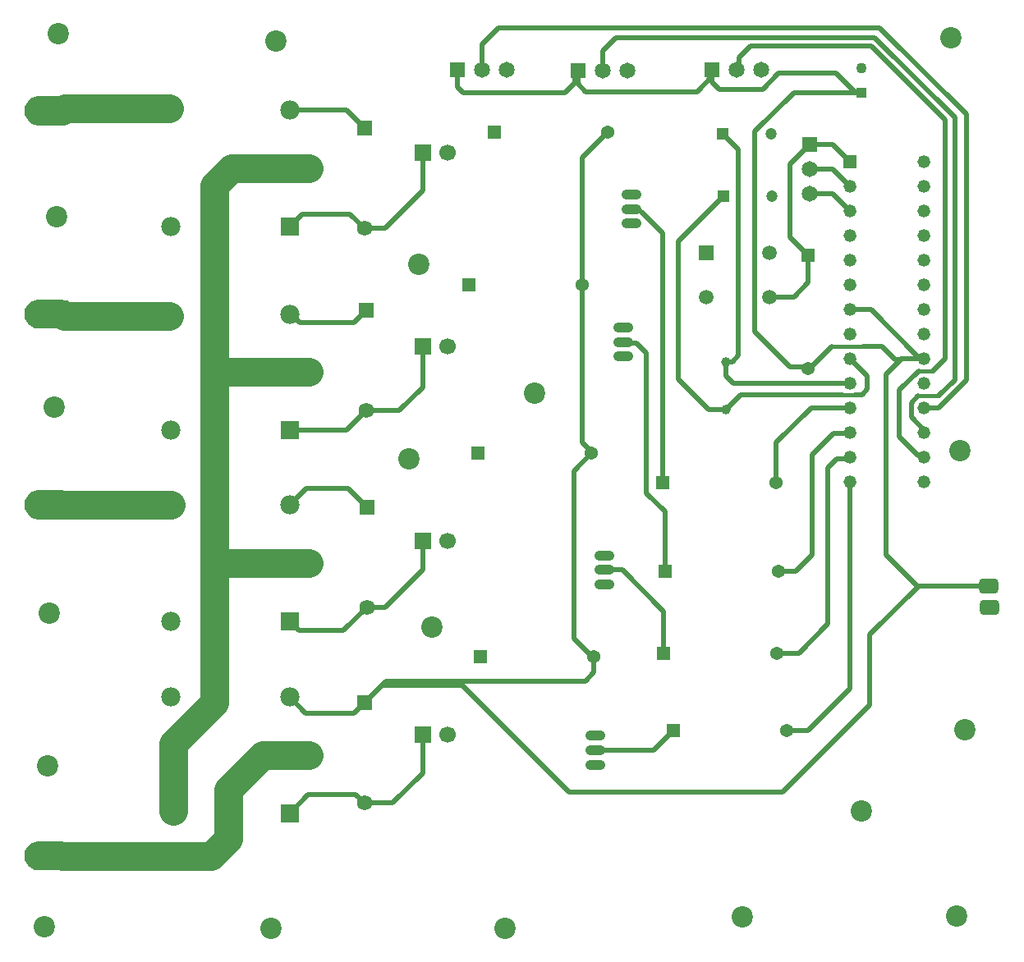
<source format=gtl>
G04*
G04 #@! TF.GenerationSoftware,Altium Limited,Altium Designer,24.4.1 (13)*
G04*
G04 Layer_Physical_Order=1*
G04 Layer_Color=255*
%FSLAX44Y44*%
%MOMM*%
G71*
G04*
G04 #@! TF.SameCoordinates,55CC3119-2231-4384-B402-45A8E2456881*
G04*
G04*
G04 #@! TF.FilePolarity,Positive*
G04*
G01*
G75*
%ADD23R,1.7000X1.7000*%
%ADD24C,1.7000*%
%ADD33C,1.3208*%
%ADD34R,1.3208X1.3208*%
%ADD37C,1.2000*%
%ADD38R,1.2000X1.2000*%
%ADD39C,1.3716*%
%ADD40R,1.3716X1.3716*%
%ADD41R,1.3716X1.3716*%
%ADD44C,0.5000*%
%ADD45C,3.0000*%
%ADD46C,0.4000*%
%ADD47C,2.2000*%
%ADD48C,1.5900*%
%ADD49R,1.5900X1.5900*%
%ADD50O,2.0800X1.0400*%
%ADD51C,1.0070*%
%ADD52C,1.1000*%
%ADD53R,1.1000X1.1000*%
%ADD54R,1.6500X1.6500*%
%ADD55C,1.6500*%
%ADD56R,1.6500X1.6500*%
%ADD57R,1.9800X1.9800*%
%ADD58C,1.9350*%
%ADD59C,1.9800*%
%ADD60C,1.4980*%
%ADD61R,1.4980X1.4980*%
%ADD62C,3.0000*%
G04:AMPARAMS|DCode=63|XSize=2mm|YSize=1.524mm|CornerRadius=0.381mm|HoleSize=0mm|Usage=FLASHONLY|Rotation=0.000|XOffset=0mm|YOffset=0mm|HoleType=Round|Shape=RoundedRectangle|*
%AMROUNDEDRECTD63*
21,1,2.0000,0.7620,0,0,0.0*
21,1,1.2380,1.5240,0,0,0.0*
1,1,0.7620,0.6190,-0.3810*
1,1,0.7620,-0.6190,-0.3810*
1,1,0.7620,-0.6190,0.3810*
1,1,0.7620,0.6190,0.3810*
%
%ADD63ROUNDEDRECTD63*%
G36*
X48790Y90930D02*
X24660D01*
X23183D01*
X20285Y91506D01*
X17555Y92637D01*
X15098Y94279D01*
X13009Y96368D01*
X11367Y98825D01*
X10236Y101555D01*
X9660Y104453D01*
Y107407D01*
X10236Y110305D01*
X11367Y113035D01*
X13009Y115492D01*
X15098Y117581D01*
X17555Y119223D01*
X20285Y120353D01*
X23183Y120930D01*
X24660D01*
D01*
X48790D01*
Y90930D01*
D02*
G37*
G36*
Y452880D02*
X24660D01*
X23183D01*
X20285Y453456D01*
X17555Y454587D01*
X15098Y456229D01*
X13009Y458318D01*
X11367Y460775D01*
X10236Y463505D01*
X9660Y466403D01*
Y469357D01*
X10236Y472255D01*
X11367Y474985D01*
X13009Y477442D01*
X15098Y479531D01*
X17555Y481173D01*
X20285Y482304D01*
X23183Y482880D01*
X24660D01*
D01*
X48790D01*
Y452880D01*
D02*
G37*
G36*
Y649730D02*
X24660D01*
X23183D01*
X20285Y650306D01*
X17555Y651437D01*
X15098Y653079D01*
X13009Y655168D01*
X11367Y657625D01*
X10236Y660355D01*
X9660Y663253D01*
Y666207D01*
X10236Y669105D01*
X11367Y671835D01*
X13009Y674292D01*
X15098Y676381D01*
X17555Y678023D01*
X20285Y679154D01*
X23183Y679730D01*
X24660D01*
D01*
X48790D01*
Y649730D01*
D02*
G37*
G36*
Y859280D02*
X24660D01*
X23183D01*
X20285Y859856D01*
X17555Y860987D01*
X15098Y862629D01*
X13009Y864718D01*
X11367Y867175D01*
X10236Y869905D01*
X9660Y872803D01*
Y875757D01*
X10236Y878655D01*
X11367Y881385D01*
X13009Y883842D01*
X15098Y885931D01*
X17555Y887573D01*
X20285Y888704D01*
X23183Y889280D01*
X24660D01*
D01*
X48790D01*
Y859280D01*
D02*
G37*
D23*
X420300Y831000D02*
D03*
Y431000D02*
D03*
Y231000D02*
D03*
Y631000D02*
D03*
D24*
X445700Y831000D02*
D03*
Y431000D02*
D03*
Y231000D02*
D03*
Y631000D02*
D03*
D33*
X937260Y821820D02*
D03*
Y796420D02*
D03*
Y771020D02*
D03*
Y745620D02*
D03*
Y720220D02*
D03*
Y694820D02*
D03*
Y669420D02*
D03*
Y644020D02*
D03*
Y618620D02*
D03*
Y593220D02*
D03*
Y567820D02*
D03*
Y542420D02*
D03*
Y517020D02*
D03*
Y491620D02*
D03*
X861060D02*
D03*
Y517020D02*
D03*
Y542420D02*
D03*
Y567820D02*
D03*
Y593220D02*
D03*
Y618620D02*
D03*
Y644020D02*
D03*
Y669420D02*
D03*
Y694820D02*
D03*
Y720220D02*
D03*
Y745620D02*
D03*
Y771020D02*
D03*
Y796420D02*
D03*
D34*
Y821820D02*
D03*
D37*
X780650Y786260D02*
D03*
X779380Y851030D02*
D03*
D38*
X730650Y786260D02*
D03*
X729380Y851030D02*
D03*
D39*
X817880Y608460D02*
D03*
X584840Y695000D02*
D03*
X594000Y521000D02*
D03*
X597000Y311000D02*
D03*
X610840Y852000D02*
D03*
X785000Y491000D02*
D03*
X786840Y399000D02*
D03*
X785840Y315000D02*
D03*
X796000Y235000D02*
D03*
D40*
X817880Y725300D02*
D03*
D41*
X468000Y695000D02*
D03*
X477160Y521000D02*
D03*
X480160Y311000D02*
D03*
X494000Y852000D02*
D03*
X668160Y491000D02*
D03*
X670000Y399000D02*
D03*
X669000Y315000D02*
D03*
X679160Y235000D02*
D03*
D44*
X651000Y480000D02*
Y624982D01*
X670000Y399000D02*
Y461000D01*
X651000Y480000D02*
X670000Y461000D01*
X641015Y634967D02*
X651000Y624982D01*
X588000Y286000D02*
X597000Y295000D01*
X378200Y282000D02*
X382200Y286000D01*
X588000D01*
X588180Y894210D02*
X703210D01*
X718820Y904370D02*
Y909820D01*
X703210Y894210D02*
X718820Y909820D01*
Y917070D01*
X580390Y902000D02*
Y910610D01*
Y902000D02*
X588180Y894210D01*
X576979Y910050D02*
X577539Y910610D01*
X566940Y892940D02*
X576979Y902979D01*
X577539Y910610D02*
X580390D01*
X576979Y902979D02*
Y910050D01*
X349200Y253000D02*
X360000Y263800D01*
X378200Y282000D01*
X597000Y295000D02*
Y311000D01*
X378200Y282000D02*
X461071D01*
X462060Y892940D02*
X566940D01*
X580390Y910610D02*
Y915800D01*
X349200Y656000D02*
X362000Y668800D01*
X283000Y664730D02*
X284599D01*
X293329Y656000D01*
X349200D01*
X345200Y768000D02*
X360000Y753200D01*
X296100Y768000D02*
X345200D01*
X283000Y754900D02*
X296100Y768000D01*
X360000Y753200D02*
X381200D01*
X292880Y338000D02*
X338800D01*
X283000Y347880D02*
X292880Y338000D01*
X338800D02*
X363000Y362200D01*
X299760Y253000D02*
X349200D01*
X283000Y269760D02*
X299760Y253000D01*
X283000Y149760D02*
X302240Y169000D01*
X351200D01*
X360000Y160200D01*
X389200D01*
X283000Y467880D02*
X300120Y485000D01*
X343800D02*
X363000Y465800D01*
X300120Y485000D02*
X343800D01*
X363000Y362200D02*
X381200D01*
X576000Y329641D02*
X594641Y311000D01*
X576000Y329641D02*
Y503000D01*
X420300Y792300D02*
Y831000D01*
X381200Y753200D02*
X420300Y792300D01*
X396200Y565200D02*
X420300Y589300D01*
X362000Y565200D02*
X396200D01*
X420300Y589300D02*
Y631000D01*
X881000Y334000D02*
X931504Y384504D01*
X1003762D01*
X818000Y235000D02*
X861060Y278060D01*
X796000Y235000D02*
X818000D01*
X861060Y278060D02*
Y491620D01*
X881000Y261742D02*
Y334000D01*
X791258Y172000D02*
X881000Y261742D01*
X808000Y315000D02*
X838000Y345000D01*
Y506000D02*
X847449Y515449D01*
X838000Y345000D02*
Y506000D01*
X785840Y315000D02*
X808000D01*
X786840Y399000D02*
X805000D01*
X822000Y416000D02*
Y520000D01*
X805000Y399000D02*
X822000Y416000D01*
X461071Y282000D02*
X571071Y172000D01*
X791258D01*
X626300Y400700D02*
X669000Y358000D01*
Y315000D02*
Y358000D01*
X608000Y400700D02*
X626300D01*
X576000Y503000D02*
X594000Y521000D01*
X668160Y491000D02*
Y747822D01*
X645442Y770540D02*
X668160Y747822D01*
X645121Y770540D02*
X645442D01*
X642661Y773000D02*
X645121Y770540D01*
X636000Y773000D02*
X642661D01*
X627000Y636000D02*
X628033Y634967D01*
X641015D01*
X684000Y597560D02*
Y739610D01*
Y597560D02*
X715280Y566280D01*
X732790D01*
X658860Y214700D02*
X679160Y235000D01*
X598000Y214700D02*
X658860D01*
X859490Y515449D02*
X861060Y517020D01*
X847449Y515449D02*
X859490D01*
X860640Y542000D02*
X861060Y542420D01*
X822000Y520000D02*
X844000Y542000D01*
X860640D01*
X820820Y567820D02*
X861060D01*
X785000Y532000D02*
X820820Y567820D01*
X785000Y491000D02*
Y532000D01*
X420300Y191300D02*
Y231000D01*
X389200Y160200D02*
X420300Y191300D01*
Y401300D02*
Y431000D01*
X381200Y362200D02*
X420300Y401300D01*
X341530Y544730D02*
X362000Y565200D01*
X283000Y544730D02*
X341530D01*
X341900Y874900D02*
X360000Y856800D01*
X283000Y874900D02*
X341900D01*
X684000Y739610D02*
X730650Y786260D01*
X584840Y695000D02*
Y826000D01*
X610840Y852000D01*
X594641Y311000D02*
X597000D01*
X584840Y532145D02*
X594000Y522985D01*
X584840Y532145D02*
Y695000D01*
X594000Y521000D02*
Y522985D01*
X846740Y913260D02*
X866860Y893140D01*
X787400Y913260D02*
X846740D01*
X770890Y896750D02*
X787400Y913260D01*
X912000Y538000D02*
X931410Y518591D01*
X912000Y586176D02*
X931824Y606000D01*
X912000Y538000D02*
Y586176D01*
X931410Y518591D02*
X935689D01*
X937260Y517020D01*
X898000Y416000D02*
X929000Y385000D01*
X732790Y601210D02*
X740780Y593220D01*
X861060D01*
X732790Y601210D02*
Y615080D01*
X969000Y597020D02*
Y867550D01*
X886460Y950090D02*
X969000Y867550D01*
X952165Y580185D02*
X969000Y597020D01*
X763000Y853300D02*
X802840Y893140D01*
X763000Y646830D02*
Y853300D01*
Y646830D02*
X799232Y610598D01*
X981000Y596320D02*
Y870790D01*
X891540Y960250D02*
X981000Y870790D01*
X952500Y567820D02*
X981000Y596320D01*
X946230Y606000D02*
X958850Y618620D01*
X747934Y581424D02*
X853576D01*
X732790Y566280D02*
X747934Y581424D01*
X865731D02*
X873424D01*
X879000Y587000D01*
Y600680D01*
X861060Y618620D02*
X879000Y600680D01*
X913082Y618082D02*
X913620Y618620D01*
X898000Y603000D02*
X913082Y618082D01*
X907267D02*
X913082D01*
X898000Y416000D02*
Y603000D01*
X913620Y618620D02*
X937260D01*
X905507Y619613D02*
X905735D01*
X874000Y631000D02*
X894120D01*
X905507Y619613D01*
X905735D02*
X907267Y618082D01*
X924000Y573000D02*
X931184Y580185D01*
X924000Y558567D02*
Y573000D01*
Y558567D02*
X937260Y545307D01*
X819658Y608460D02*
X842198Y631000D01*
X882580Y669420D02*
X930496Y621504D01*
X861060Y669420D02*
X882580D01*
X802840Y893140D02*
X866860D01*
X872490D01*
X455930Y899070D02*
Y917070D01*
Y899070D02*
X462060Y892940D01*
X817880Y608460D02*
X819658D01*
X799232Y610598D02*
X815742D01*
X817880Y608460D01*
X726440Y896750D02*
X770890D01*
X718820Y904370D02*
X726440Y896750D01*
X481330Y917070D02*
Y943330D01*
X498250Y960250D02*
X891540D01*
X481330Y943330D02*
X498250Y960250D01*
X746000Y621670D02*
Y834410D01*
X729380Y851030D02*
X746000Y834410D01*
X739814Y615484D02*
X746000Y621670D01*
X958850Y618620D02*
Y865000D01*
X882650Y941200D02*
X958850Y865000D01*
X619760Y950090D02*
X886460D01*
X605790Y936120D02*
X619760Y950090D01*
X732790Y615080D02*
X733194Y615484D01*
X739814D01*
X798830Y819280D02*
X819150Y839600D01*
X777990Y682480D02*
X803000D01*
X798830Y744350D02*
X817880Y725300D01*
X798830Y744350D02*
Y819280D01*
X843280Y839600D02*
X861060Y821820D01*
X843280Y788800D02*
X861060Y771020D01*
X843280Y814200D02*
X861060Y796420D01*
X817880Y697360D02*
Y725300D01*
X803000Y682480D02*
X817880Y697360D01*
X744220Y917070D02*
X746120Y918970D01*
Y929130D01*
X758190Y941200D01*
X819150Y839600D02*
X843280D01*
X819150Y788800D02*
X843280D01*
X819150Y814200D02*
X843280D01*
X605790Y915800D02*
Y936120D01*
X937260Y542420D02*
Y545307D01*
X758190Y941200D02*
X882650D01*
X937260Y567820D02*
X952500D01*
D45*
X255760Y209760D02*
X303000D01*
X220000Y174000D02*
X255760Y209760D01*
X51510Y877000D02*
X158900D01*
X48790Y874280D02*
X51510Y877000D01*
X50520Y663000D02*
X159270D01*
X48790Y467880D02*
X161000D01*
X163000Y221917D02*
X205403Y264320D01*
X163000Y151760D02*
Y221917D01*
X205403Y399300D02*
X213983Y407880D01*
X205403Y797326D02*
X222976Y814900D01*
X205403Y599960D02*
Y797326D01*
Y399300D02*
Y599960D01*
X213983Y407880D02*
X303000D01*
X210173Y604730D02*
X303000D01*
X205403Y264320D02*
Y399300D01*
X222976Y814900D02*
X303000D01*
X205403Y599960D02*
X210173Y604730D01*
X48790Y874280D02*
X49410Y874900D01*
X220000Y123504D02*
Y174000D01*
X48790Y105930D02*
X202426D01*
X220000Y123504D01*
D46*
X931824Y606000D02*
X946230D01*
X853576Y581424D02*
X865731D01*
X842198Y631000D02*
X874000D01*
X931184Y580185D02*
X952165D01*
D47*
X536000Y583000D02*
D03*
X873000Y152000D02*
D03*
X750000Y43000D02*
D03*
X505000Y31000D02*
D03*
X979000Y236000D02*
D03*
X971000Y44000D02*
D03*
X264000Y31000D02*
D03*
X430000Y342000D02*
D03*
X974000Y524000D02*
D03*
X965000Y950000D02*
D03*
X269000Y946000D02*
D03*
X416000Y716000D02*
D03*
X406000Y515000D02*
D03*
X30000Y33000D02*
D03*
X34000Y199000D02*
D03*
X35000Y356000D02*
D03*
X40000Y569000D02*
D03*
X43000Y765000D02*
D03*
X45000Y954000D02*
D03*
D48*
X360000Y753200D02*
D03*
X362000Y565200D02*
D03*
X363000Y362200D02*
D03*
X360000Y160200D02*
D03*
D49*
Y856800D02*
D03*
X362000Y668800D02*
D03*
X363000Y465800D02*
D03*
X360000Y263800D02*
D03*
D50*
X636000Y788000D02*
D03*
Y773000D02*
D03*
Y758000D02*
D03*
X627000Y621000D02*
D03*
Y636000D02*
D03*
Y651000D02*
D03*
X608000Y415700D02*
D03*
Y400700D02*
D03*
Y385700D02*
D03*
X598000Y199700D02*
D03*
Y214700D02*
D03*
Y229700D02*
D03*
D51*
X732790Y566280D02*
D03*
Y615080D02*
D03*
D52*
X872490Y918140D02*
D03*
D53*
Y893140D02*
D03*
D54*
X455930Y917070D02*
D03*
X580390Y915800D02*
D03*
X718820Y917070D02*
D03*
D55*
X481330D02*
D03*
X506730D02*
D03*
X605790Y915800D02*
D03*
X631190D02*
D03*
X744220Y917070D02*
D03*
X769620D02*
D03*
X819150Y814200D02*
D03*
Y788800D02*
D03*
D56*
Y839600D02*
D03*
D57*
X283000Y544730D02*
D03*
Y347880D02*
D03*
Y149760D02*
D03*
Y754900D02*
D03*
D58*
X303000Y604730D02*
D03*
Y407880D02*
D03*
Y209760D02*
D03*
Y814900D02*
D03*
D59*
X283000Y664730D02*
D03*
X161000D02*
D03*
Y544730D02*
D03*
X283000Y467880D02*
D03*
X161000D02*
D03*
Y347880D02*
D03*
X283000Y269760D02*
D03*
X161000D02*
D03*
Y149760D02*
D03*
X283000Y874900D02*
D03*
X161000D02*
D03*
Y754900D02*
D03*
D60*
X712990Y682480D02*
D03*
X777990D02*
D03*
Y727480D02*
D03*
D61*
X712990D02*
D03*
D62*
X48790Y874280D02*
D03*
Y664730D02*
D03*
Y467880D02*
D03*
Y105930D02*
D03*
D63*
X1003762Y384504D02*
D03*
X1005000Y362000D02*
D03*
M02*

</source>
